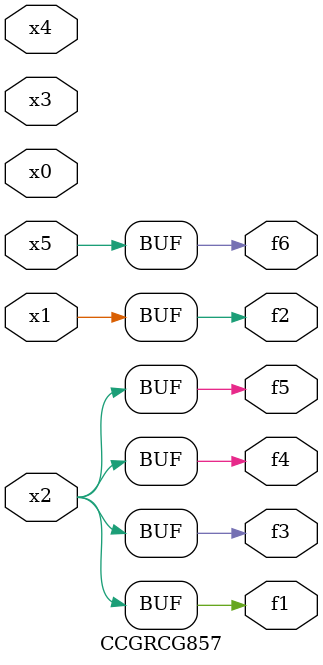
<source format=v>
module CCGRCG857(
	input x0, x1, x2, x3, x4, x5,
	output f1, f2, f3, f4, f5, f6
);
	assign f1 = x2;
	assign f2 = x1;
	assign f3 = x2;
	assign f4 = x2;
	assign f5 = x2;
	assign f6 = x5;
endmodule

</source>
